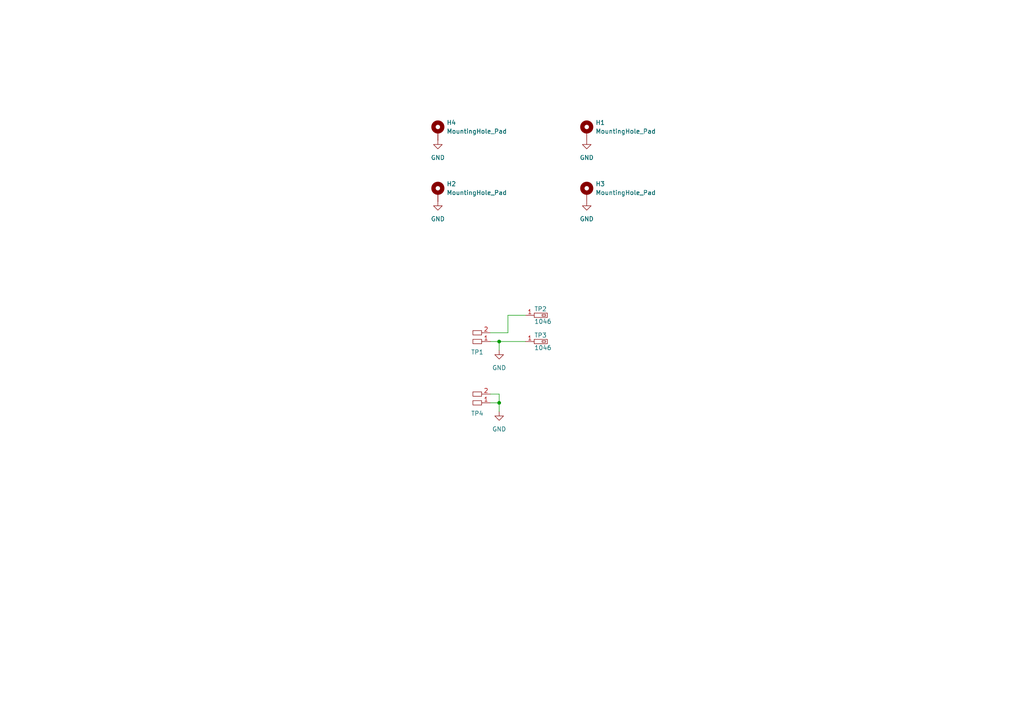
<source format=kicad_sch>
(kicad_sch (version 20241209) (generator "eeschema") (generator_version "9.0")
  (paper "A4")
  (lib_symbols
    (symbol "Mechanical:MountingHole_Pad" (pin_numbers (hide yes)) (pin_names (offset 1.016) (hide yes)) (exclude_from_sim yes) (in_bom no)
      (property "Reference" "H" (at 0 6.35 0))
      (property "Value" "MountingHole_Pad" (at 0 4.445 0))
      (symbol "MountingHole_Pad_0_1"
        (circle (center 0 1.27) (radius 1.27) (stroke (width 1.27)))
      )
      (symbol "MountingHole_Pad_1_1"
        (pin input line (at 0 -2.54 90) (length 2.54) (name "1") (number "1"))
      )
    )
    (symbol "ThunderScope:009155002852006_PCB_Pads" (in_bom no)
      (property "Reference" "TP" (at 3.81 2.54 0))
      (property "Value" "009155002852006_PCB_Pads" (at 3.556 -5.334 0))
      (symbol "009155002852006_PCB_Pads_1_1"
        (rectangle (start 2.54 0.635) (end 5.08 -0.635) (fill (type color)))
        (rectangle (start 2.54 -1.905) (end 5.08 -3.175) (fill (type color)))
        (pin passive line (at 0 0 0) (length 2.54) (name "") (number "1"))
        (pin passive line (at 0 -2.54 0) (length 2.54) (name "") (number "2"))
      )
    )
    (symbol "ThunderScope:Keystone_1046"
      (property "Reference" "TP" (at 0 6.604 0))
      (property "Value" "1046" (at 0 0 0))
      (symbol "Keystone_1046_0_1"
        (rectangle (start -0.635 3.81) (end 0.635 0))
        (rectangle (start -0.254 3.302) (end 0.254 2.286))
      )
      (symbol "Keystone_1046_1_1"
        (pin passive line (at 0 -2.54 90) (length 2.54) (name "") (number "1"))
      )
    )
    (symbol "power:GND" (power) (pin_numbers (hide yes)) (pin_names (offset 0) (hide yes))
      (property "Value" "GND" (at 0 -3.81 0))
      (symbol "GND_0_1"
        (polyline (pts (xy 0 0) (xy 0 -1.27) (xy 1.27 -1.27) (xy 0 -2.54) (xy -1.27 -1.27) (xy 0 -1.27)))
      )
      (symbol "GND_1_1"
        (pin power_in line (at 0 0 270) (length 0) (name "~") (number "1"))
      )
    )
  )
  (junction (at 144.78 116.84))
  (junction (at 144.78 99.06))
  (wire (pts (xy 144.78 99.06) (xy 152.4 99.06)))
  (wire (pts (xy 144.78 99.06) (xy 144.78 101.6)))
  (wire (pts (xy 144.78 116.84) (xy 144.78 119.38)))
  (wire (pts (xy 147.32 96.52) (xy 147.32 91.44)))
  (wire (pts (xy 144.78 114.3) (xy 144.78 116.84)))
  (wire (pts (xy 142.24 116.84) (xy 144.78 116.84)))
  (wire (pts (xy 142.24 114.3) (xy 144.78 114.3)))
  (wire (pts (xy 142.24 96.52) (xy 147.32 96.52)))
  (wire (pts (xy 147.32 91.44) (xy 152.4 91.44)))
  (wire (pts (xy 142.24 99.06) (xy 144.78 99.06)))
  (symbol (lib_id "power:GND") (at 127 40.64 0) (unit 1)
    (property "Reference" "#PWR02" (effects (hide yes)))
    (property "Value" "GND" (at 127 45.72 0))
    (property "Description" "Power symbol creates a global label with name \"GND\" , ground" (effects (hide yes)))
  )
  (symbol (lib_id "Mechanical:MountingHole_Pad") (at 170.18 38.1 0) (unit 1) (exclude_from_sim yes) (in_bom no)
    (property "Reference" "H1" (at 172.72 35.5599 0) (effects (justify left)))
    (property "Value" "MountingHole_Pad" (at 172.72 38.0999 0) (effects (justify left)))
    (property "Footprint" "ThunderScope:Mounting_Hole_#6" (effects (hide yes)))
    (property "Description" "Mounting Hole with connection" (effects (hide yes)))
  )
  (symbol (lib_id "Mechanical:MountingHole_Pad") (at 127 55.88 0) (unit 1) (exclude_from_sim yes) (in_bom no)
    (property "Reference" "H2" (at 129.54 53.3399 0) (effects (justify left)))
    (property "Value" "MountingHole_Pad" (at 129.54 55.8799 0) (effects (justify left)))
    (property "Footprint" "ThunderScope:Mounting_Hole_#6" (effects (hide yes)))
    (property "Description" "Mounting Hole with connection" (effects (hide yes)))
  )
  (symbol (lib_id "ThunderScope:Keystone_1046") (at 154.94 99.06 270) (unit 1)
    (property "Reference" "TP3" (at 154.94 96.52 90) (effects (justify left top)))
    (property "Value" "1046" (at 154.94 101.6 90) (effects (justify left bottom)))
    (property "Footprint" "ThunderScope:Keystone_1046" (effects (hide yes)))
    (property "SUPPLIER 1" "Mouser" (effects (hide yes)))
    (property "SUPPLIER PART NUMBER 1" "534-1046" (effects (hide yes)))
    (property "MANUFACTURER" "Keystone" (effects (hide yes)))
    (property "MANUFACTURER PART NUMBER" "1046" (effects (hide yes)))
  )
  (symbol (lib_id "power:GND") (at 127 58.42 0) (unit 1)
    (property "Reference" "#PWR04" (effects (hide yes)))
    (property "Value" "GND" (at 127 63.5 0))
    (property "Description" "Power symbol creates a global label with name \"GND\" , ground" (effects (hide yes)))
  )
  (symbol (lib_id "ThunderScope:009155002852006_PCB_Pads") (at 142.24 99.06 180) (unit 1) (in_bom no)
    (property "Reference" "TP1" (at 138.43 102.87 0) (effects (justify top)))
    (property "Value" "009155002852006_PCB_Pads" (effects (hide yes)))
    (property "Footprint" "ThunderScope:009155002852006_PCB_Pads" (effects (hide yes)))
  )
  (symbol (lib_id "power:GND") (at 170.18 58.42 0) (unit 1)
    (property "Reference" "#PWR05" (effects (hide yes)))
    (property "Value" "GND" (at 170.18 63.5 0))
    (property "Description" "Power symbol creates a global label with name \"GND\" , ground" (effects (hide yes)))
  )
  (symbol (lib_id "power:GND") (at 170.18 40.64 0) (unit 1)
    (property "Reference" "#PWR03" (effects (hide yes)))
    (property "Value" "GND" (at 170.18 45.72 0))
    (property "Description" "Power symbol creates a global label with name \"GND\" , ground" (effects (hide yes)))
  )
  (symbol (lib_id "ThunderScope:Keystone_1046") (at 154.94 91.44 270) (unit 1)
    (property "Reference" "TP2" (at 154.94 88.9 90) (effects (justify left top)))
    (property "Value" "1046" (at 154.94 93.98 90) (effects (justify left bottom)))
    (property "Footprint" "ThunderScope:Keystone_1046" (effects (hide yes)))
    (property "SUPPLIER 1" "Mouser" (effects (hide yes)))
    (property "SUPPLIER PART NUMBER 1" "534-1046" (effects (hide yes)))
    (property "MANUFACTURER" "Keystone" (effects (hide yes)))
    (property "MANUFACTURER PART NUMBER" "1046" (effects (hide yes)))
  )
  (symbol (lib_id "Mechanical:MountingHole_Pad") (at 170.18 55.88 0) (unit 1) (exclude_from_sim yes) (in_bom no)
    (property "Reference" "H3" (at 172.72 53.3399 0) (effects (justify left)))
    (property "Value" "MountingHole_Pad" (at 172.72 55.8799 0) (effects (justify left)))
    (property "Footprint" "ThunderScope:Mounting_Hole_#6" (effects (hide yes)))
    (property "Description" "Mounting Hole with connection" (effects (hide yes)))
  )
  (symbol (lib_id "power:GND") (at 144.78 119.38 0) (unit 1)
    (property "Reference" "#PWR06" (effects (hide yes)))
    (property "Value" "GND" (at 144.78 124.46 0))
    (property "Description" "Power symbol creates a global label with name \"GND\" , ground" (effects (hide yes)))
  )
  (symbol (lib_id "Mechanical:MountingHole_Pad") (at 127 38.1 0) (unit 1) (exclude_from_sim yes) (in_bom no)
    (property "Reference" "H4" (at 129.54 35.5599 0) (effects (justify left)))
    (property "Value" "MountingHole_Pad" (at 129.54 38.0999 0) (effects (justify left)))
    (property "Footprint" "ThunderScope:Mounting_Hole_#6" (effects (hide yes)))
    (property "Description" "Mounting Hole with connection" (effects (hide yes)))
  )
  (symbol (lib_id "ThunderScope:009155002852006_PCB_Pads") (at 142.24 116.84 180) (unit 1) (in_bom no)
    (property "Reference" "TP4" (at 138.43 120.65 0) (effects (justify top)))
    (property "Value" "009155002852006_PCB_Pads" (effects (hide yes)))
    (property "Footprint" "ThunderScope:009155002852006_PCB_Pads" (effects (hide yes)))
  )
  (symbol (lib_id "power:GND") (at 144.78 101.6 0) (unit 1)
    (property "Reference" "#PWR01" (effects (hide yes)))
    (property "Value" "GND" (at 144.78 106.68 0))
    (property "Description" "Power symbol creates a global label with name \"GND\" , ground" (effects (hide yes)))
  )
)
</source>
